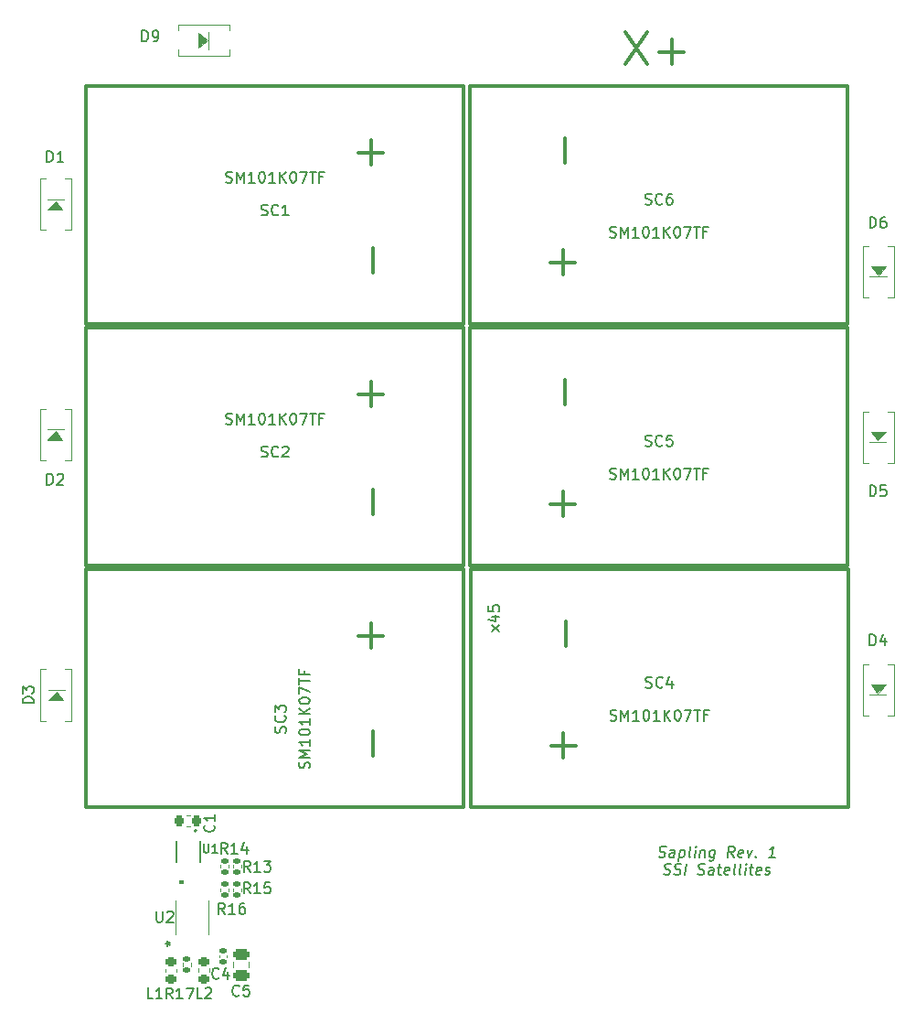
<source format=gto>
%TF.GenerationSoftware,KiCad,Pcbnew,(6.0.4-0)*%
%TF.CreationDate,2022-05-13T11:56:40-07:00*%
%TF.ProjectId,solar-panel-side-X-plus,736f6c61-722d-4706-916e-656c2d736964,rev?*%
%TF.SameCoordinates,Original*%
%TF.FileFunction,Legend,Top*%
%TF.FilePolarity,Positive*%
%FSLAX46Y46*%
G04 Gerber Fmt 4.6, Leading zero omitted, Abs format (unit mm)*
G04 Created by KiCad (PCBNEW (6.0.4-0)) date 2022-05-13 11:56:40*
%MOMM*%
%LPD*%
G01*
G04 APERTURE LIST*
G04 Aperture macros list*
%AMRoundRect*
0 Rectangle with rounded corners*
0 $1 Rounding radius*
0 $2 $3 $4 $5 $6 $7 $8 $9 X,Y pos of 4 corners*
0 Add a 4 corners polygon primitive as box body*
4,1,4,$2,$3,$4,$5,$6,$7,$8,$9,$2,$3,0*
0 Add four circle primitives for the rounded corners*
1,1,$1+$1,$2,$3*
1,1,$1+$1,$4,$5*
1,1,$1+$1,$6,$7*
1,1,$1+$1,$8,$9*
0 Add four rect primitives between the rounded corners*
20,1,$1+$1,$2,$3,$4,$5,0*
20,1,$1+$1,$4,$5,$6,$7,0*
20,1,$1+$1,$6,$7,$8,$9,0*
20,1,$1+$1,$8,$9,$2,$3,0*%
G04 Aperture macros list end*
%ADD10C,0.150000*%
%ADD11C,0.300000*%
%ADD12C,0.120000*%
%ADD13C,0.100000*%
%ADD14C,0.127000*%
%ADD15C,0.200000*%
%ADD16C,3.000000*%
%ADD17R,1.700000X2.500000*%
%ADD18R,2.500000X1.700000*%
%ADD19C,2.600000*%
%ADD20C,3.800000*%
%ADD21R,0.270000X0.740000*%
%ADD22R,1.350000X0.650000*%
%ADD23RoundRect,0.250000X0.475000X-0.250000X0.475000X0.250000X-0.475000X0.250000X-0.475000X-0.250000X0*%
%ADD24RoundRect,0.218750X0.256250X-0.218750X0.256250X0.218750X-0.256250X0.218750X-0.256250X-0.218750X0*%
%ADD25RoundRect,0.135000X-0.185000X0.135000X-0.185000X-0.135000X0.185000X-0.135000X0.185000X0.135000X0*%
%ADD26RoundRect,0.218750X0.218750X0.256250X-0.218750X0.256250X-0.218750X-0.256250X0.218750X-0.256250X0*%
%ADD27RoundRect,0.140000X0.170000X-0.140000X0.170000X0.140000X-0.170000X0.140000X-0.170000X-0.140000X0*%
%ADD28RoundRect,0.135000X0.185000X-0.135000X0.185000X0.135000X-0.185000X0.135000X-0.185000X-0.135000X0*%
%ADD29R,0.270000X1.411200*%
G04 APERTURE END LIST*
D10*
X141676380Y-102814285D02*
X141009714Y-102290476D01*
X141009714Y-102814285D02*
X141676380Y-102290476D01*
X141009714Y-101480952D02*
X141676380Y-101480952D01*
X140628761Y-101719047D02*
X141343047Y-101957142D01*
X141343047Y-101338095D01*
X140676380Y-100480952D02*
X140676380Y-100957142D01*
X141152571Y-101004761D01*
X141104952Y-100957142D01*
X141057333Y-100861904D01*
X141057333Y-100623809D01*
X141104952Y-100528571D01*
X141152571Y-100480952D01*
X141247809Y-100433333D01*
X141485904Y-100433333D01*
X141581142Y-100480952D01*
X141628761Y-100528571D01*
X141676380Y-100623809D01*
X141676380Y-100861904D01*
X141628761Y-100957142D01*
X141581142Y-101004761D01*
D11*
X153352857Y-47379142D02*
X155352857Y-50379142D01*
X155352857Y-47379142D02*
X153352857Y-50379142D01*
X156495714Y-49236285D02*
X158781428Y-49236285D01*
X157638571Y-50379142D02*
X157638571Y-48093428D01*
D10*
X156440327Y-123689761D02*
X156577232Y-123737380D01*
X156815327Y-123737380D01*
X156916517Y-123689761D01*
X156970089Y-123642142D01*
X157029613Y-123546904D01*
X157041517Y-123451666D01*
X157005803Y-123356428D01*
X156964136Y-123308809D01*
X156874851Y-123261190D01*
X156690327Y-123213571D01*
X156601041Y-123165952D01*
X156559375Y-123118333D01*
X156523660Y-123023095D01*
X156535565Y-122927857D01*
X156595089Y-122832619D01*
X156648660Y-122785000D01*
X156749851Y-122737380D01*
X156987946Y-122737380D01*
X157124851Y-122785000D01*
X157862946Y-123737380D02*
X157928422Y-123213571D01*
X157892708Y-123118333D01*
X157803422Y-123070714D01*
X157612946Y-123070714D01*
X157511755Y-123118333D01*
X157868898Y-123689761D02*
X157767708Y-123737380D01*
X157529613Y-123737380D01*
X157440327Y-123689761D01*
X157404613Y-123594523D01*
X157416517Y-123499285D01*
X157476041Y-123404047D01*
X157577232Y-123356428D01*
X157815327Y-123356428D01*
X157916517Y-123308809D01*
X158422470Y-123070714D02*
X158297470Y-124070714D01*
X158416517Y-123118333D02*
X158517708Y-123070714D01*
X158708184Y-123070714D01*
X158797470Y-123118333D01*
X158839136Y-123165952D01*
X158874851Y-123261190D01*
X158839136Y-123546904D01*
X158779613Y-123642142D01*
X158726041Y-123689761D01*
X158624851Y-123737380D01*
X158434375Y-123737380D01*
X158345089Y-123689761D01*
X159386755Y-123737380D02*
X159297470Y-123689761D01*
X159261755Y-123594523D01*
X159368898Y-122737380D01*
X159767708Y-123737380D02*
X159851041Y-123070714D01*
X159892708Y-122737380D02*
X159839136Y-122785000D01*
X159880803Y-122832619D01*
X159934375Y-122785000D01*
X159892708Y-122737380D01*
X159880803Y-122832619D01*
X160327232Y-123070714D02*
X160243898Y-123737380D01*
X160315327Y-123165952D02*
X160368898Y-123118333D01*
X160470089Y-123070714D01*
X160612946Y-123070714D01*
X160702232Y-123118333D01*
X160737946Y-123213571D01*
X160672470Y-123737380D01*
X161660565Y-123070714D02*
X161559375Y-123880238D01*
X161499851Y-123975476D01*
X161446279Y-124023095D01*
X161345089Y-124070714D01*
X161202232Y-124070714D01*
X161112946Y-124023095D01*
X161583184Y-123689761D02*
X161481994Y-123737380D01*
X161291517Y-123737380D01*
X161202232Y-123689761D01*
X161160565Y-123642142D01*
X161124851Y-123546904D01*
X161160565Y-123261190D01*
X161220089Y-123165952D01*
X161273660Y-123118333D01*
X161374851Y-123070714D01*
X161565327Y-123070714D01*
X161654613Y-123118333D01*
X163386755Y-123737380D02*
X163112946Y-123261190D01*
X162815327Y-123737380D02*
X162940327Y-122737380D01*
X163321279Y-122737380D01*
X163410565Y-122785000D01*
X163452232Y-122832619D01*
X163487946Y-122927857D01*
X163470089Y-123070714D01*
X163410565Y-123165952D01*
X163356994Y-123213571D01*
X163255803Y-123261190D01*
X162874851Y-123261190D01*
X164202232Y-123689761D02*
X164101041Y-123737380D01*
X163910565Y-123737380D01*
X163821279Y-123689761D01*
X163785565Y-123594523D01*
X163833184Y-123213571D01*
X163892708Y-123118333D01*
X163993898Y-123070714D01*
X164184375Y-123070714D01*
X164273660Y-123118333D01*
X164309375Y-123213571D01*
X164297470Y-123308809D01*
X163809375Y-123404047D01*
X164660565Y-123070714D02*
X164815327Y-123737380D01*
X165136755Y-123070714D01*
X165446279Y-123642142D02*
X165487946Y-123689761D01*
X165434375Y-123737380D01*
X165392708Y-123689761D01*
X165446279Y-123642142D01*
X165434375Y-123737380D01*
X167196279Y-123737380D02*
X166624851Y-123737380D01*
X166910565Y-123737380D02*
X167035565Y-122737380D01*
X166922470Y-122880238D01*
X166815327Y-122975476D01*
X166714136Y-123023095D01*
X156916517Y-125299761D02*
X157053422Y-125347380D01*
X157291517Y-125347380D01*
X157392708Y-125299761D01*
X157446279Y-125252142D01*
X157505803Y-125156904D01*
X157517708Y-125061666D01*
X157481994Y-124966428D01*
X157440327Y-124918809D01*
X157351041Y-124871190D01*
X157166517Y-124823571D01*
X157077232Y-124775952D01*
X157035565Y-124728333D01*
X156999851Y-124633095D01*
X157011755Y-124537857D01*
X157071279Y-124442619D01*
X157124851Y-124395000D01*
X157226041Y-124347380D01*
X157464136Y-124347380D01*
X157601041Y-124395000D01*
X157868898Y-125299761D02*
X158005803Y-125347380D01*
X158243898Y-125347380D01*
X158345089Y-125299761D01*
X158398660Y-125252142D01*
X158458184Y-125156904D01*
X158470089Y-125061666D01*
X158434375Y-124966428D01*
X158392708Y-124918809D01*
X158303422Y-124871190D01*
X158118898Y-124823571D01*
X158029613Y-124775952D01*
X157987946Y-124728333D01*
X157952232Y-124633095D01*
X157964136Y-124537857D01*
X158023660Y-124442619D01*
X158077232Y-124395000D01*
X158178422Y-124347380D01*
X158416517Y-124347380D01*
X158553422Y-124395000D01*
X158862946Y-125347380D02*
X158987946Y-124347380D01*
X160059375Y-125299761D02*
X160196279Y-125347380D01*
X160434375Y-125347380D01*
X160535565Y-125299761D01*
X160589136Y-125252142D01*
X160648660Y-125156904D01*
X160660565Y-125061666D01*
X160624851Y-124966428D01*
X160583184Y-124918809D01*
X160493898Y-124871190D01*
X160309375Y-124823571D01*
X160220089Y-124775952D01*
X160178422Y-124728333D01*
X160142708Y-124633095D01*
X160154613Y-124537857D01*
X160214136Y-124442619D01*
X160267708Y-124395000D01*
X160368898Y-124347380D01*
X160606994Y-124347380D01*
X160743898Y-124395000D01*
X161481994Y-125347380D02*
X161547470Y-124823571D01*
X161511755Y-124728333D01*
X161422470Y-124680714D01*
X161231994Y-124680714D01*
X161130803Y-124728333D01*
X161487946Y-125299761D02*
X161386755Y-125347380D01*
X161148660Y-125347380D01*
X161059375Y-125299761D01*
X161023660Y-125204523D01*
X161035565Y-125109285D01*
X161095089Y-125014047D01*
X161196279Y-124966428D01*
X161434375Y-124966428D01*
X161535565Y-124918809D01*
X161898660Y-124680714D02*
X162279613Y-124680714D01*
X162083184Y-124347380D02*
X161976041Y-125204523D01*
X162011755Y-125299761D01*
X162101041Y-125347380D01*
X162196279Y-125347380D01*
X162916517Y-125299761D02*
X162815327Y-125347380D01*
X162624851Y-125347380D01*
X162535565Y-125299761D01*
X162499851Y-125204523D01*
X162547470Y-124823571D01*
X162606994Y-124728333D01*
X162708184Y-124680714D01*
X162898660Y-124680714D01*
X162987946Y-124728333D01*
X163023660Y-124823571D01*
X163011755Y-124918809D01*
X162523660Y-125014047D01*
X163529613Y-125347380D02*
X163440327Y-125299761D01*
X163404613Y-125204523D01*
X163511755Y-124347380D01*
X164053422Y-125347380D02*
X163964136Y-125299761D01*
X163928422Y-125204523D01*
X164035565Y-124347380D01*
X164434375Y-125347380D02*
X164517708Y-124680714D01*
X164559375Y-124347380D02*
X164505803Y-124395000D01*
X164547470Y-124442619D01*
X164601041Y-124395000D01*
X164559375Y-124347380D01*
X164547470Y-124442619D01*
X164851041Y-124680714D02*
X165231994Y-124680714D01*
X165035565Y-124347380D02*
X164928422Y-125204523D01*
X164964136Y-125299761D01*
X165053422Y-125347380D01*
X165148660Y-125347380D01*
X165868898Y-125299761D02*
X165767708Y-125347380D01*
X165577232Y-125347380D01*
X165487946Y-125299761D01*
X165452232Y-125204523D01*
X165499851Y-124823571D01*
X165559375Y-124728333D01*
X165660565Y-124680714D01*
X165851041Y-124680714D01*
X165940327Y-124728333D01*
X165976041Y-124823571D01*
X165964136Y-124918809D01*
X165476041Y-125014047D01*
X166297470Y-125299761D02*
X166386755Y-125347380D01*
X166577232Y-125347380D01*
X166678422Y-125299761D01*
X166737946Y-125204523D01*
X166743898Y-125156904D01*
X166708184Y-125061666D01*
X166618898Y-125014047D01*
X166476041Y-125014047D01*
X166386755Y-124966428D01*
X166351041Y-124871190D01*
X166356994Y-124823571D01*
X166416517Y-124728333D01*
X166517708Y-124680714D01*
X166660565Y-124680714D01*
X166749851Y-124728333D01*
%TO.C,SC6*%
X155202095Y-63312761D02*
X155344952Y-63360380D01*
X155583047Y-63360380D01*
X155678285Y-63312761D01*
X155725904Y-63265142D01*
X155773523Y-63169904D01*
X155773523Y-63074666D01*
X155725904Y-62979428D01*
X155678285Y-62931809D01*
X155583047Y-62884190D01*
X155392571Y-62836571D01*
X155297333Y-62788952D01*
X155249714Y-62741333D01*
X155202095Y-62646095D01*
X155202095Y-62550857D01*
X155249714Y-62455619D01*
X155297333Y-62408000D01*
X155392571Y-62360380D01*
X155630666Y-62360380D01*
X155773523Y-62408000D01*
X156773523Y-63265142D02*
X156725904Y-63312761D01*
X156583047Y-63360380D01*
X156487809Y-63360380D01*
X156344952Y-63312761D01*
X156249714Y-63217523D01*
X156202095Y-63122285D01*
X156154476Y-62931809D01*
X156154476Y-62788952D01*
X156202095Y-62598476D01*
X156249714Y-62503238D01*
X156344952Y-62408000D01*
X156487809Y-62360380D01*
X156583047Y-62360380D01*
X156725904Y-62408000D01*
X156773523Y-62455619D01*
X157630666Y-62360380D02*
X157440190Y-62360380D01*
X157344952Y-62408000D01*
X157297333Y-62455619D01*
X157202095Y-62598476D01*
X157154476Y-62788952D01*
X157154476Y-63169904D01*
X157202095Y-63265142D01*
X157249714Y-63312761D01*
X157344952Y-63360380D01*
X157535428Y-63360380D01*
X157630666Y-63312761D01*
X157678285Y-63265142D01*
X157725904Y-63169904D01*
X157725904Y-62931809D01*
X157678285Y-62836571D01*
X157630666Y-62788952D01*
X157535428Y-62741333D01*
X157344952Y-62741333D01*
X157249714Y-62788952D01*
X157202095Y-62836571D01*
X157154476Y-62931809D01*
X151916380Y-66352761D02*
X152059238Y-66400380D01*
X152297333Y-66400380D01*
X152392571Y-66352761D01*
X152440190Y-66305142D01*
X152487809Y-66209904D01*
X152487809Y-66114666D01*
X152440190Y-66019428D01*
X152392571Y-65971809D01*
X152297333Y-65924190D01*
X152106857Y-65876571D01*
X152011619Y-65828952D01*
X151964000Y-65781333D01*
X151916380Y-65686095D01*
X151916380Y-65590857D01*
X151964000Y-65495619D01*
X152011619Y-65448000D01*
X152106857Y-65400380D01*
X152344952Y-65400380D01*
X152487809Y-65448000D01*
X152916380Y-66400380D02*
X152916380Y-65400380D01*
X153249714Y-66114666D01*
X153583047Y-65400380D01*
X153583047Y-66400380D01*
X154583047Y-66400380D02*
X154011619Y-66400380D01*
X154297333Y-66400380D02*
X154297333Y-65400380D01*
X154202095Y-65543238D01*
X154106857Y-65638476D01*
X154011619Y-65686095D01*
X155202095Y-65400380D02*
X155297333Y-65400380D01*
X155392571Y-65448000D01*
X155440190Y-65495619D01*
X155487809Y-65590857D01*
X155535428Y-65781333D01*
X155535428Y-66019428D01*
X155487809Y-66209904D01*
X155440190Y-66305142D01*
X155392571Y-66352761D01*
X155297333Y-66400380D01*
X155202095Y-66400380D01*
X155106857Y-66352761D01*
X155059238Y-66305142D01*
X155011619Y-66209904D01*
X154964000Y-66019428D01*
X154964000Y-65781333D01*
X155011619Y-65590857D01*
X155059238Y-65495619D01*
X155106857Y-65448000D01*
X155202095Y-65400380D01*
X156487809Y-66400380D02*
X155916380Y-66400380D01*
X156202095Y-66400380D02*
X156202095Y-65400380D01*
X156106857Y-65543238D01*
X156011619Y-65638476D01*
X155916380Y-65686095D01*
X156916380Y-66400380D02*
X156916380Y-65400380D01*
X157487809Y-66400380D02*
X157059238Y-65828952D01*
X157487809Y-65400380D02*
X156916380Y-65971809D01*
X158106857Y-65400380D02*
X158202095Y-65400380D01*
X158297333Y-65448000D01*
X158344952Y-65495619D01*
X158392571Y-65590857D01*
X158440190Y-65781333D01*
X158440190Y-66019428D01*
X158392571Y-66209904D01*
X158344952Y-66305142D01*
X158297333Y-66352761D01*
X158202095Y-66400380D01*
X158106857Y-66400380D01*
X158011619Y-66352761D01*
X157964000Y-66305142D01*
X157916380Y-66209904D01*
X157868761Y-66019428D01*
X157868761Y-65781333D01*
X157916380Y-65590857D01*
X157964000Y-65495619D01*
X158011619Y-65448000D01*
X158106857Y-65400380D01*
X158773523Y-65400380D02*
X159440190Y-65400380D01*
X159011619Y-66400380D01*
X159678285Y-65400380D02*
X160249714Y-65400380D01*
X159964000Y-66400380D02*
X159964000Y-65400380D01*
X160916380Y-65876571D02*
X160583047Y-65876571D01*
X160583047Y-66400380D02*
X160583047Y-65400380D01*
X161059238Y-65400380D01*
D11*
X147788285Y-59470857D02*
X147788285Y-57185142D01*
X146431142Y-68702285D02*
X148716857Y-68702285D01*
X147574000Y-69845142D02*
X147574000Y-67559428D01*
D10*
%TO.C,SC5*%
X155202095Y-85664761D02*
X155344952Y-85712380D01*
X155583047Y-85712380D01*
X155678285Y-85664761D01*
X155725904Y-85617142D01*
X155773523Y-85521904D01*
X155773523Y-85426666D01*
X155725904Y-85331428D01*
X155678285Y-85283809D01*
X155583047Y-85236190D01*
X155392571Y-85188571D01*
X155297333Y-85140952D01*
X155249714Y-85093333D01*
X155202095Y-84998095D01*
X155202095Y-84902857D01*
X155249714Y-84807619D01*
X155297333Y-84760000D01*
X155392571Y-84712380D01*
X155630666Y-84712380D01*
X155773523Y-84760000D01*
X156773523Y-85617142D02*
X156725904Y-85664761D01*
X156583047Y-85712380D01*
X156487809Y-85712380D01*
X156344952Y-85664761D01*
X156249714Y-85569523D01*
X156202095Y-85474285D01*
X156154476Y-85283809D01*
X156154476Y-85140952D01*
X156202095Y-84950476D01*
X156249714Y-84855238D01*
X156344952Y-84760000D01*
X156487809Y-84712380D01*
X156583047Y-84712380D01*
X156725904Y-84760000D01*
X156773523Y-84807619D01*
X157678285Y-84712380D02*
X157202095Y-84712380D01*
X157154476Y-85188571D01*
X157202095Y-85140952D01*
X157297333Y-85093333D01*
X157535428Y-85093333D01*
X157630666Y-85140952D01*
X157678285Y-85188571D01*
X157725904Y-85283809D01*
X157725904Y-85521904D01*
X157678285Y-85617142D01*
X157630666Y-85664761D01*
X157535428Y-85712380D01*
X157297333Y-85712380D01*
X157202095Y-85664761D01*
X157154476Y-85617142D01*
X151916380Y-88704761D02*
X152059238Y-88752380D01*
X152297333Y-88752380D01*
X152392571Y-88704761D01*
X152440190Y-88657142D01*
X152487809Y-88561904D01*
X152487809Y-88466666D01*
X152440190Y-88371428D01*
X152392571Y-88323809D01*
X152297333Y-88276190D01*
X152106857Y-88228571D01*
X152011619Y-88180952D01*
X151964000Y-88133333D01*
X151916380Y-88038095D01*
X151916380Y-87942857D01*
X151964000Y-87847619D01*
X152011619Y-87800000D01*
X152106857Y-87752380D01*
X152344952Y-87752380D01*
X152487809Y-87800000D01*
X152916380Y-88752380D02*
X152916380Y-87752380D01*
X153249714Y-88466666D01*
X153583047Y-87752380D01*
X153583047Y-88752380D01*
X154583047Y-88752380D02*
X154011619Y-88752380D01*
X154297333Y-88752380D02*
X154297333Y-87752380D01*
X154202095Y-87895238D01*
X154106857Y-87990476D01*
X154011619Y-88038095D01*
X155202095Y-87752380D02*
X155297333Y-87752380D01*
X155392571Y-87800000D01*
X155440190Y-87847619D01*
X155487809Y-87942857D01*
X155535428Y-88133333D01*
X155535428Y-88371428D01*
X155487809Y-88561904D01*
X155440190Y-88657142D01*
X155392571Y-88704761D01*
X155297333Y-88752380D01*
X155202095Y-88752380D01*
X155106857Y-88704761D01*
X155059238Y-88657142D01*
X155011619Y-88561904D01*
X154964000Y-88371428D01*
X154964000Y-88133333D01*
X155011619Y-87942857D01*
X155059238Y-87847619D01*
X155106857Y-87800000D01*
X155202095Y-87752380D01*
X156487809Y-88752380D02*
X155916380Y-88752380D01*
X156202095Y-88752380D02*
X156202095Y-87752380D01*
X156106857Y-87895238D01*
X156011619Y-87990476D01*
X155916380Y-88038095D01*
X156916380Y-88752380D02*
X156916380Y-87752380D01*
X157487809Y-88752380D02*
X157059238Y-88180952D01*
X157487809Y-87752380D02*
X156916380Y-88323809D01*
X158106857Y-87752380D02*
X158202095Y-87752380D01*
X158297333Y-87800000D01*
X158344952Y-87847619D01*
X158392571Y-87942857D01*
X158440190Y-88133333D01*
X158440190Y-88371428D01*
X158392571Y-88561904D01*
X158344952Y-88657142D01*
X158297333Y-88704761D01*
X158202095Y-88752380D01*
X158106857Y-88752380D01*
X158011619Y-88704761D01*
X157964000Y-88657142D01*
X157916380Y-88561904D01*
X157868761Y-88371428D01*
X157868761Y-88133333D01*
X157916380Y-87942857D01*
X157964000Y-87847619D01*
X158011619Y-87800000D01*
X158106857Y-87752380D01*
X158773523Y-87752380D02*
X159440190Y-87752380D01*
X159011619Y-88752380D01*
X159678285Y-87752380D02*
X160249714Y-87752380D01*
X159964000Y-88752380D02*
X159964000Y-87752380D01*
X160916380Y-88228571D02*
X160583047Y-88228571D01*
X160583047Y-88752380D02*
X160583047Y-87752380D01*
X161059238Y-87752380D01*
D11*
X146431142Y-91054285D02*
X148716857Y-91054285D01*
X147574000Y-92197142D02*
X147574000Y-89911428D01*
X147788285Y-81822857D02*
X147788285Y-79537142D01*
D10*
%TO.C,D2*%
X99781904Y-89262380D02*
X99781904Y-88262380D01*
X100020000Y-88262380D01*
X100162857Y-88310000D01*
X100258095Y-88405238D01*
X100305714Y-88500476D01*
X100353333Y-88690952D01*
X100353333Y-88833809D01*
X100305714Y-89024285D01*
X100258095Y-89119523D01*
X100162857Y-89214761D01*
X100020000Y-89262380D01*
X99781904Y-89262380D01*
X100734285Y-88357619D02*
X100781904Y-88310000D01*
X100877142Y-88262380D01*
X101115238Y-88262380D01*
X101210476Y-88310000D01*
X101258095Y-88357619D01*
X101305714Y-88452857D01*
X101305714Y-88548095D01*
X101258095Y-88690952D01*
X100686666Y-89262380D01*
X101305714Y-89262380D01*
%TO.C,D6*%
X176001904Y-65512380D02*
X176001904Y-64512380D01*
X176240000Y-64512380D01*
X176382857Y-64560000D01*
X176478095Y-64655238D01*
X176525714Y-64750476D01*
X176573333Y-64940952D01*
X176573333Y-65083809D01*
X176525714Y-65274285D01*
X176478095Y-65369523D01*
X176382857Y-65464761D01*
X176240000Y-65512380D01*
X176001904Y-65512380D01*
X177430476Y-64512380D02*
X177240000Y-64512380D01*
X177144761Y-64560000D01*
X177097142Y-64607619D01*
X177001904Y-64750476D01*
X176954285Y-64940952D01*
X176954285Y-65321904D01*
X177001904Y-65417142D01*
X177049523Y-65464761D01*
X177144761Y-65512380D01*
X177335238Y-65512380D01*
X177430476Y-65464761D01*
X177478095Y-65417142D01*
X177525714Y-65321904D01*
X177525714Y-65083809D01*
X177478095Y-64988571D01*
X177430476Y-64940952D01*
X177335238Y-64893333D01*
X177144761Y-64893333D01*
X177049523Y-64940952D01*
X177001904Y-64988571D01*
X176954285Y-65083809D01*
%TO.C,D3*%
X98532380Y-109468095D02*
X97532380Y-109468095D01*
X97532380Y-109230000D01*
X97580000Y-109087142D01*
X97675238Y-108991904D01*
X97770476Y-108944285D01*
X97960952Y-108896666D01*
X98103809Y-108896666D01*
X98294285Y-108944285D01*
X98389523Y-108991904D01*
X98484761Y-109087142D01*
X98532380Y-109230000D01*
X98532380Y-109468095D01*
X97532380Y-108563333D02*
X97532380Y-107944285D01*
X97913333Y-108277619D01*
X97913333Y-108134761D01*
X97960952Y-108039523D01*
X98008571Y-107991904D01*
X98103809Y-107944285D01*
X98341904Y-107944285D01*
X98437142Y-107991904D01*
X98484761Y-108039523D01*
X98532380Y-108134761D01*
X98532380Y-108420476D01*
X98484761Y-108515714D01*
X98437142Y-108563333D01*
%TO.C,D9*%
X108589904Y-48244380D02*
X108589904Y-47244380D01*
X108828000Y-47244380D01*
X108970857Y-47292000D01*
X109066095Y-47387238D01*
X109113714Y-47482476D01*
X109161333Y-47672952D01*
X109161333Y-47815809D01*
X109113714Y-48006285D01*
X109066095Y-48101523D01*
X108970857Y-48196761D01*
X108828000Y-48244380D01*
X108589904Y-48244380D01*
X109637523Y-48244380D02*
X109828000Y-48244380D01*
X109923238Y-48196761D01*
X109970857Y-48149142D01*
X110066095Y-48006285D01*
X110113714Y-47815809D01*
X110113714Y-47434857D01*
X110066095Y-47339619D01*
X110018476Y-47292000D01*
X109923238Y-47244380D01*
X109732761Y-47244380D01*
X109637523Y-47292000D01*
X109589904Y-47339619D01*
X109542285Y-47434857D01*
X109542285Y-47672952D01*
X109589904Y-47768190D01*
X109637523Y-47815809D01*
X109732761Y-47863428D01*
X109923238Y-47863428D01*
X110018476Y-47815809D01*
X110066095Y-47768190D01*
X110113714Y-47672952D01*
%TO.C,D5*%
X176001904Y-90322380D02*
X176001904Y-89322380D01*
X176240000Y-89322380D01*
X176382857Y-89370000D01*
X176478095Y-89465238D01*
X176525714Y-89560476D01*
X176573333Y-89750952D01*
X176573333Y-89893809D01*
X176525714Y-90084285D01*
X176478095Y-90179523D01*
X176382857Y-90274761D01*
X176240000Y-90322380D01*
X176001904Y-90322380D01*
X177478095Y-89322380D02*
X177001904Y-89322380D01*
X176954285Y-89798571D01*
X177001904Y-89750952D01*
X177097142Y-89703333D01*
X177335238Y-89703333D01*
X177430476Y-89750952D01*
X177478095Y-89798571D01*
X177525714Y-89893809D01*
X177525714Y-90131904D01*
X177478095Y-90227142D01*
X177430476Y-90274761D01*
X177335238Y-90322380D01*
X177097142Y-90322380D01*
X177001904Y-90274761D01*
X176954285Y-90227142D01*
%TO.C,D1*%
X99791904Y-59402380D02*
X99791904Y-58402380D01*
X100030000Y-58402380D01*
X100172857Y-58450000D01*
X100268095Y-58545238D01*
X100315714Y-58640476D01*
X100363333Y-58830952D01*
X100363333Y-58973809D01*
X100315714Y-59164285D01*
X100268095Y-59259523D01*
X100172857Y-59354761D01*
X100030000Y-59402380D01*
X99791904Y-59402380D01*
X101315714Y-59402380D02*
X100744285Y-59402380D01*
X101030000Y-59402380D02*
X101030000Y-58402380D01*
X100934761Y-58545238D01*
X100839523Y-58640476D01*
X100744285Y-58688095D01*
%TO.C,D4*%
X175991904Y-104142380D02*
X175991904Y-103142380D01*
X176230000Y-103142380D01*
X176372857Y-103190000D01*
X176468095Y-103285238D01*
X176515714Y-103380476D01*
X176563333Y-103570952D01*
X176563333Y-103713809D01*
X176515714Y-103904285D01*
X176468095Y-103999523D01*
X176372857Y-104094761D01*
X176230000Y-104142380D01*
X175991904Y-104142380D01*
X177420476Y-103475714D02*
X177420476Y-104142380D01*
X177182380Y-103094761D02*
X176944285Y-103809047D01*
X177563333Y-103809047D01*
%TO.C,SC1*%
X119642095Y-64312761D02*
X119784952Y-64360380D01*
X120023047Y-64360380D01*
X120118285Y-64312761D01*
X120165904Y-64265142D01*
X120213523Y-64169904D01*
X120213523Y-64074666D01*
X120165904Y-63979428D01*
X120118285Y-63931809D01*
X120023047Y-63884190D01*
X119832571Y-63836571D01*
X119737333Y-63788952D01*
X119689714Y-63741333D01*
X119642095Y-63646095D01*
X119642095Y-63550857D01*
X119689714Y-63455619D01*
X119737333Y-63408000D01*
X119832571Y-63360380D01*
X120070666Y-63360380D01*
X120213523Y-63408000D01*
X121213523Y-64265142D02*
X121165904Y-64312761D01*
X121023047Y-64360380D01*
X120927809Y-64360380D01*
X120784952Y-64312761D01*
X120689714Y-64217523D01*
X120642095Y-64122285D01*
X120594476Y-63931809D01*
X120594476Y-63788952D01*
X120642095Y-63598476D01*
X120689714Y-63503238D01*
X120784952Y-63408000D01*
X120927809Y-63360380D01*
X121023047Y-63360380D01*
X121165904Y-63408000D01*
X121213523Y-63455619D01*
X122165904Y-64360380D02*
X121594476Y-64360380D01*
X121880190Y-64360380D02*
X121880190Y-63360380D01*
X121784952Y-63503238D01*
X121689714Y-63598476D01*
X121594476Y-63646095D01*
X116356380Y-61272761D02*
X116499238Y-61320380D01*
X116737333Y-61320380D01*
X116832571Y-61272761D01*
X116880190Y-61225142D01*
X116927809Y-61129904D01*
X116927809Y-61034666D01*
X116880190Y-60939428D01*
X116832571Y-60891809D01*
X116737333Y-60844190D01*
X116546857Y-60796571D01*
X116451619Y-60748952D01*
X116404000Y-60701333D01*
X116356380Y-60606095D01*
X116356380Y-60510857D01*
X116404000Y-60415619D01*
X116451619Y-60368000D01*
X116546857Y-60320380D01*
X116784952Y-60320380D01*
X116927809Y-60368000D01*
X117356380Y-61320380D02*
X117356380Y-60320380D01*
X117689714Y-61034666D01*
X118023047Y-60320380D01*
X118023047Y-61320380D01*
X119023047Y-61320380D02*
X118451619Y-61320380D01*
X118737333Y-61320380D02*
X118737333Y-60320380D01*
X118642095Y-60463238D01*
X118546857Y-60558476D01*
X118451619Y-60606095D01*
X119642095Y-60320380D02*
X119737333Y-60320380D01*
X119832571Y-60368000D01*
X119880190Y-60415619D01*
X119927809Y-60510857D01*
X119975428Y-60701333D01*
X119975428Y-60939428D01*
X119927809Y-61129904D01*
X119880190Y-61225142D01*
X119832571Y-61272761D01*
X119737333Y-61320380D01*
X119642095Y-61320380D01*
X119546857Y-61272761D01*
X119499238Y-61225142D01*
X119451619Y-61129904D01*
X119404000Y-60939428D01*
X119404000Y-60701333D01*
X119451619Y-60510857D01*
X119499238Y-60415619D01*
X119546857Y-60368000D01*
X119642095Y-60320380D01*
X120927809Y-61320380D02*
X120356380Y-61320380D01*
X120642095Y-61320380D02*
X120642095Y-60320380D01*
X120546857Y-60463238D01*
X120451619Y-60558476D01*
X120356380Y-60606095D01*
X121356380Y-61320380D02*
X121356380Y-60320380D01*
X121927809Y-61320380D02*
X121499238Y-60748952D01*
X121927809Y-60320380D02*
X121356380Y-60891809D01*
X122546857Y-60320380D02*
X122642095Y-60320380D01*
X122737333Y-60368000D01*
X122784952Y-60415619D01*
X122832571Y-60510857D01*
X122880190Y-60701333D01*
X122880190Y-60939428D01*
X122832571Y-61129904D01*
X122784952Y-61225142D01*
X122737333Y-61272761D01*
X122642095Y-61320380D01*
X122546857Y-61320380D01*
X122451619Y-61272761D01*
X122404000Y-61225142D01*
X122356380Y-61129904D01*
X122308761Y-60939428D01*
X122308761Y-60701333D01*
X122356380Y-60510857D01*
X122404000Y-60415619D01*
X122451619Y-60368000D01*
X122546857Y-60320380D01*
X123213523Y-60320380D02*
X123880190Y-60320380D01*
X123451619Y-61320380D01*
X124118285Y-60320380D02*
X124689714Y-60320380D01*
X124404000Y-61320380D02*
X124404000Y-60320380D01*
X125356380Y-60796571D02*
X125023047Y-60796571D01*
X125023047Y-61320380D02*
X125023047Y-60320380D01*
X125499238Y-60320380D01*
D11*
X130008285Y-69630857D02*
X130008285Y-67345142D01*
X128651142Y-58542285D02*
X130936857Y-58542285D01*
X129794000Y-59685142D02*
X129794000Y-57399428D01*
D10*
%TO.C,SC2*%
X119642095Y-86664761D02*
X119784952Y-86712380D01*
X120023047Y-86712380D01*
X120118285Y-86664761D01*
X120165904Y-86617142D01*
X120213523Y-86521904D01*
X120213523Y-86426666D01*
X120165904Y-86331428D01*
X120118285Y-86283809D01*
X120023047Y-86236190D01*
X119832571Y-86188571D01*
X119737333Y-86140952D01*
X119689714Y-86093333D01*
X119642095Y-85998095D01*
X119642095Y-85902857D01*
X119689714Y-85807619D01*
X119737333Y-85760000D01*
X119832571Y-85712380D01*
X120070666Y-85712380D01*
X120213523Y-85760000D01*
X121213523Y-86617142D02*
X121165904Y-86664761D01*
X121023047Y-86712380D01*
X120927809Y-86712380D01*
X120784952Y-86664761D01*
X120689714Y-86569523D01*
X120642095Y-86474285D01*
X120594476Y-86283809D01*
X120594476Y-86140952D01*
X120642095Y-85950476D01*
X120689714Y-85855238D01*
X120784952Y-85760000D01*
X120927809Y-85712380D01*
X121023047Y-85712380D01*
X121165904Y-85760000D01*
X121213523Y-85807619D01*
X121594476Y-85807619D02*
X121642095Y-85760000D01*
X121737333Y-85712380D01*
X121975428Y-85712380D01*
X122070666Y-85760000D01*
X122118285Y-85807619D01*
X122165904Y-85902857D01*
X122165904Y-85998095D01*
X122118285Y-86140952D01*
X121546857Y-86712380D01*
X122165904Y-86712380D01*
X116356380Y-83624761D02*
X116499238Y-83672380D01*
X116737333Y-83672380D01*
X116832571Y-83624761D01*
X116880190Y-83577142D01*
X116927809Y-83481904D01*
X116927809Y-83386666D01*
X116880190Y-83291428D01*
X116832571Y-83243809D01*
X116737333Y-83196190D01*
X116546857Y-83148571D01*
X116451619Y-83100952D01*
X116404000Y-83053333D01*
X116356380Y-82958095D01*
X116356380Y-82862857D01*
X116404000Y-82767619D01*
X116451619Y-82720000D01*
X116546857Y-82672380D01*
X116784952Y-82672380D01*
X116927809Y-82720000D01*
X117356380Y-83672380D02*
X117356380Y-82672380D01*
X117689714Y-83386666D01*
X118023047Y-82672380D01*
X118023047Y-83672380D01*
X119023047Y-83672380D02*
X118451619Y-83672380D01*
X118737333Y-83672380D02*
X118737333Y-82672380D01*
X118642095Y-82815238D01*
X118546857Y-82910476D01*
X118451619Y-82958095D01*
X119642095Y-82672380D02*
X119737333Y-82672380D01*
X119832571Y-82720000D01*
X119880190Y-82767619D01*
X119927809Y-82862857D01*
X119975428Y-83053333D01*
X119975428Y-83291428D01*
X119927809Y-83481904D01*
X119880190Y-83577142D01*
X119832571Y-83624761D01*
X119737333Y-83672380D01*
X119642095Y-83672380D01*
X119546857Y-83624761D01*
X119499238Y-83577142D01*
X119451619Y-83481904D01*
X119404000Y-83291428D01*
X119404000Y-83053333D01*
X119451619Y-82862857D01*
X119499238Y-82767619D01*
X119546857Y-82720000D01*
X119642095Y-82672380D01*
X120927809Y-83672380D02*
X120356380Y-83672380D01*
X120642095Y-83672380D02*
X120642095Y-82672380D01*
X120546857Y-82815238D01*
X120451619Y-82910476D01*
X120356380Y-82958095D01*
X121356380Y-83672380D02*
X121356380Y-82672380D01*
X121927809Y-83672380D02*
X121499238Y-83100952D01*
X121927809Y-82672380D02*
X121356380Y-83243809D01*
X122546857Y-82672380D02*
X122642095Y-82672380D01*
X122737333Y-82720000D01*
X122784952Y-82767619D01*
X122832571Y-82862857D01*
X122880190Y-83053333D01*
X122880190Y-83291428D01*
X122832571Y-83481904D01*
X122784952Y-83577142D01*
X122737333Y-83624761D01*
X122642095Y-83672380D01*
X122546857Y-83672380D01*
X122451619Y-83624761D01*
X122404000Y-83577142D01*
X122356380Y-83481904D01*
X122308761Y-83291428D01*
X122308761Y-83053333D01*
X122356380Y-82862857D01*
X122404000Y-82767619D01*
X122451619Y-82720000D01*
X122546857Y-82672380D01*
X123213523Y-82672380D02*
X123880190Y-82672380D01*
X123451619Y-83672380D01*
X124118285Y-82672380D02*
X124689714Y-82672380D01*
X124404000Y-83672380D02*
X124404000Y-82672380D01*
X125356380Y-83148571D02*
X125023047Y-83148571D01*
X125023047Y-83672380D02*
X125023047Y-82672380D01*
X125499238Y-82672380D01*
D11*
X130008285Y-91982857D02*
X130008285Y-89697142D01*
X128651142Y-80894285D02*
X130936857Y-80894285D01*
X129794000Y-82037142D02*
X129794000Y-79751428D01*
D10*
%TO.C,SC3*%
X121855251Y-112215414D02*
X121902870Y-112072557D01*
X121902870Y-111834462D01*
X121855251Y-111739224D01*
X121807632Y-111691605D01*
X121712394Y-111643986D01*
X121617156Y-111643986D01*
X121521918Y-111691605D01*
X121474299Y-111739224D01*
X121426680Y-111834462D01*
X121379061Y-112024938D01*
X121331442Y-112120176D01*
X121283823Y-112167795D01*
X121188585Y-112215414D01*
X121093347Y-112215414D01*
X120998109Y-112167795D01*
X120950490Y-112120176D01*
X120902870Y-112024938D01*
X120902870Y-111786843D01*
X120950490Y-111643986D01*
X121807632Y-110643986D02*
X121855251Y-110691605D01*
X121902870Y-110834462D01*
X121902870Y-110929700D01*
X121855251Y-111072557D01*
X121760013Y-111167795D01*
X121664775Y-111215414D01*
X121474299Y-111263033D01*
X121331442Y-111263033D01*
X121140966Y-111215414D01*
X121045728Y-111167795D01*
X120950490Y-111072557D01*
X120902870Y-110929700D01*
X120902870Y-110834462D01*
X120950490Y-110691605D01*
X120998109Y-110643986D01*
X120902870Y-110310652D02*
X120902870Y-109691605D01*
X121283823Y-110024938D01*
X121283823Y-109882081D01*
X121331442Y-109786843D01*
X121379061Y-109739224D01*
X121474299Y-109691605D01*
X121712394Y-109691605D01*
X121807632Y-109739224D01*
X121855251Y-109786843D01*
X121902870Y-109882081D01*
X121902870Y-110167795D01*
X121855251Y-110263033D01*
X121807632Y-110310652D01*
X124095251Y-115501129D02*
X124142870Y-115358271D01*
X124142870Y-115120176D01*
X124095251Y-115024938D01*
X124047632Y-114977319D01*
X123952394Y-114929700D01*
X123857156Y-114929700D01*
X123761918Y-114977319D01*
X123714299Y-115024938D01*
X123666680Y-115120176D01*
X123619061Y-115310652D01*
X123571442Y-115405890D01*
X123523823Y-115453510D01*
X123428585Y-115501129D01*
X123333347Y-115501129D01*
X123238109Y-115453510D01*
X123190490Y-115405890D01*
X123142870Y-115310652D01*
X123142870Y-115072557D01*
X123190490Y-114929700D01*
X124142870Y-114501129D02*
X123142870Y-114501129D01*
X123857156Y-114167795D01*
X123142870Y-113834462D01*
X124142870Y-113834462D01*
X124142870Y-112834462D02*
X124142870Y-113405890D01*
X124142870Y-113120176D02*
X123142870Y-113120176D01*
X123285728Y-113215414D01*
X123380966Y-113310652D01*
X123428585Y-113405890D01*
X123142870Y-112215414D02*
X123142870Y-112120176D01*
X123190490Y-112024938D01*
X123238109Y-111977319D01*
X123333347Y-111929700D01*
X123523823Y-111882081D01*
X123761918Y-111882081D01*
X123952394Y-111929700D01*
X124047632Y-111977319D01*
X124095251Y-112024938D01*
X124142870Y-112120176D01*
X124142870Y-112215414D01*
X124095251Y-112310652D01*
X124047632Y-112358271D01*
X123952394Y-112405890D01*
X123761918Y-112453510D01*
X123523823Y-112453510D01*
X123333347Y-112405890D01*
X123238109Y-112358271D01*
X123190490Y-112310652D01*
X123142870Y-112215414D01*
X124142870Y-110929700D02*
X124142870Y-111501129D01*
X124142870Y-111215414D02*
X123142870Y-111215414D01*
X123285728Y-111310652D01*
X123380966Y-111405890D01*
X123428585Y-111501129D01*
X124142870Y-110501129D02*
X123142870Y-110501129D01*
X124142870Y-109929700D02*
X123571442Y-110358271D01*
X123142870Y-109929700D02*
X123714299Y-110501129D01*
X123142870Y-109310652D02*
X123142870Y-109215414D01*
X123190490Y-109120176D01*
X123238109Y-109072557D01*
X123333347Y-109024938D01*
X123523823Y-108977319D01*
X123761918Y-108977319D01*
X123952394Y-109024938D01*
X124047632Y-109072557D01*
X124095251Y-109120176D01*
X124142870Y-109215414D01*
X124142870Y-109310652D01*
X124095251Y-109405890D01*
X124047632Y-109453510D01*
X123952394Y-109501129D01*
X123761918Y-109548748D01*
X123523823Y-109548748D01*
X123333347Y-109501129D01*
X123238109Y-109453510D01*
X123190490Y-109405890D01*
X123142870Y-109310652D01*
X123142870Y-108643986D02*
X123142870Y-107977319D01*
X124142870Y-108405890D01*
X123142870Y-107739224D02*
X123142870Y-107167795D01*
X124142870Y-107453510D02*
X123142870Y-107453510D01*
X123619061Y-106501129D02*
X123619061Y-106834462D01*
X124142870Y-106834462D02*
X123142870Y-106834462D01*
X123142870Y-106358271D01*
D11*
X130008285Y-114334857D02*
X130008285Y-112049142D01*
X128651142Y-103246285D02*
X130936857Y-103246285D01*
X129794000Y-104389142D02*
X129794000Y-102103428D01*
D10*
%TO.C,SC4*%
X155238095Y-108016761D02*
X155380952Y-108064380D01*
X155619047Y-108064380D01*
X155714285Y-108016761D01*
X155761904Y-107969142D01*
X155809523Y-107873904D01*
X155809523Y-107778666D01*
X155761904Y-107683428D01*
X155714285Y-107635809D01*
X155619047Y-107588190D01*
X155428571Y-107540571D01*
X155333333Y-107492952D01*
X155285714Y-107445333D01*
X155238095Y-107350095D01*
X155238095Y-107254857D01*
X155285714Y-107159619D01*
X155333333Y-107112000D01*
X155428571Y-107064380D01*
X155666666Y-107064380D01*
X155809523Y-107112000D01*
X156809523Y-107969142D02*
X156761904Y-108016761D01*
X156619047Y-108064380D01*
X156523809Y-108064380D01*
X156380952Y-108016761D01*
X156285714Y-107921523D01*
X156238095Y-107826285D01*
X156190476Y-107635809D01*
X156190476Y-107492952D01*
X156238095Y-107302476D01*
X156285714Y-107207238D01*
X156380952Y-107112000D01*
X156523809Y-107064380D01*
X156619047Y-107064380D01*
X156761904Y-107112000D01*
X156809523Y-107159619D01*
X157666666Y-107397714D02*
X157666666Y-108064380D01*
X157428571Y-107016761D02*
X157190476Y-107731047D01*
X157809523Y-107731047D01*
X151952380Y-111056761D02*
X152095238Y-111104380D01*
X152333333Y-111104380D01*
X152428571Y-111056761D01*
X152476190Y-111009142D01*
X152523809Y-110913904D01*
X152523809Y-110818666D01*
X152476190Y-110723428D01*
X152428571Y-110675809D01*
X152333333Y-110628190D01*
X152142857Y-110580571D01*
X152047619Y-110532952D01*
X152000000Y-110485333D01*
X151952380Y-110390095D01*
X151952380Y-110294857D01*
X152000000Y-110199619D01*
X152047619Y-110152000D01*
X152142857Y-110104380D01*
X152380952Y-110104380D01*
X152523809Y-110152000D01*
X152952380Y-111104380D02*
X152952380Y-110104380D01*
X153285714Y-110818666D01*
X153619047Y-110104380D01*
X153619047Y-111104380D01*
X154619047Y-111104380D02*
X154047619Y-111104380D01*
X154333333Y-111104380D02*
X154333333Y-110104380D01*
X154238095Y-110247238D01*
X154142857Y-110342476D01*
X154047619Y-110390095D01*
X155238095Y-110104380D02*
X155333333Y-110104380D01*
X155428571Y-110152000D01*
X155476190Y-110199619D01*
X155523809Y-110294857D01*
X155571428Y-110485333D01*
X155571428Y-110723428D01*
X155523809Y-110913904D01*
X155476190Y-111009142D01*
X155428571Y-111056761D01*
X155333333Y-111104380D01*
X155238095Y-111104380D01*
X155142857Y-111056761D01*
X155095238Y-111009142D01*
X155047619Y-110913904D01*
X155000000Y-110723428D01*
X155000000Y-110485333D01*
X155047619Y-110294857D01*
X155095238Y-110199619D01*
X155142857Y-110152000D01*
X155238095Y-110104380D01*
X156523809Y-111104380D02*
X155952380Y-111104380D01*
X156238095Y-111104380D02*
X156238095Y-110104380D01*
X156142857Y-110247238D01*
X156047619Y-110342476D01*
X155952380Y-110390095D01*
X156952380Y-111104380D02*
X156952380Y-110104380D01*
X157523809Y-111104380D02*
X157095238Y-110532952D01*
X157523809Y-110104380D02*
X156952380Y-110675809D01*
X158142857Y-110104380D02*
X158238095Y-110104380D01*
X158333333Y-110152000D01*
X158380952Y-110199619D01*
X158428571Y-110294857D01*
X158476190Y-110485333D01*
X158476190Y-110723428D01*
X158428571Y-110913904D01*
X158380952Y-111009142D01*
X158333333Y-111056761D01*
X158238095Y-111104380D01*
X158142857Y-111104380D01*
X158047619Y-111056761D01*
X158000000Y-111009142D01*
X157952380Y-110913904D01*
X157904761Y-110723428D01*
X157904761Y-110485333D01*
X157952380Y-110294857D01*
X158000000Y-110199619D01*
X158047619Y-110152000D01*
X158142857Y-110104380D01*
X158809523Y-110104380D02*
X159476190Y-110104380D01*
X159047619Y-111104380D01*
X159714285Y-110104380D02*
X160285714Y-110104380D01*
X160000000Y-111104380D02*
X160000000Y-110104380D01*
X160952380Y-110580571D02*
X160619047Y-110580571D01*
X160619047Y-111104380D02*
X160619047Y-110104380D01*
X161095238Y-110104380D01*
D11*
X146467142Y-113406285D02*
X148752857Y-113406285D01*
X147610000Y-114549142D02*
X147610000Y-112263428D01*
X147824285Y-104174857D02*
X147824285Y-101889142D01*
D10*
%TO.C,U1*%
X114295976Y-122528904D02*
X114295976Y-123176523D01*
X114334071Y-123252714D01*
X114372166Y-123290809D01*
X114448357Y-123328904D01*
X114600738Y-123328904D01*
X114676928Y-123290809D01*
X114715023Y-123252714D01*
X114753119Y-123176523D01*
X114753119Y-122528904D01*
X115553119Y-123328904D02*
X115095976Y-123328904D01*
X115324547Y-123328904D02*
X115324547Y-122528904D01*
X115248357Y-122643190D01*
X115172166Y-122719380D01*
X115095976Y-122757476D01*
%TO.C,C5*%
X117583333Y-136502142D02*
X117535714Y-136549761D01*
X117392857Y-136597380D01*
X117297619Y-136597380D01*
X117154761Y-136549761D01*
X117059523Y-136454523D01*
X117011904Y-136359285D01*
X116964285Y-136168809D01*
X116964285Y-136025952D01*
X117011904Y-135835476D01*
X117059523Y-135740238D01*
X117154761Y-135645000D01*
X117297619Y-135597380D01*
X117392857Y-135597380D01*
X117535714Y-135645000D01*
X117583333Y-135692619D01*
X118488095Y-135597380D02*
X118011904Y-135597380D01*
X117964285Y-136073571D01*
X118011904Y-136025952D01*
X118107142Y-135978333D01*
X118345238Y-135978333D01*
X118440476Y-136025952D01*
X118488095Y-136073571D01*
X118535714Y-136168809D01*
X118535714Y-136406904D01*
X118488095Y-136502142D01*
X118440476Y-136549761D01*
X118345238Y-136597380D01*
X118107142Y-136597380D01*
X118011904Y-136549761D01*
X117964285Y-136502142D01*
%TO.C,L1*%
X109593333Y-136807380D02*
X109117142Y-136807380D01*
X109117142Y-135807380D01*
X110450476Y-136807380D02*
X109879047Y-136807380D01*
X110164761Y-136807380D02*
X110164761Y-135807380D01*
X110069523Y-135950238D01*
X109974285Y-136045476D01*
X109879047Y-136093095D01*
%TO.C,R15*%
X118597142Y-127087380D02*
X118263809Y-126611190D01*
X118025714Y-127087380D02*
X118025714Y-126087380D01*
X118406666Y-126087380D01*
X118501904Y-126135000D01*
X118549523Y-126182619D01*
X118597142Y-126277857D01*
X118597142Y-126420714D01*
X118549523Y-126515952D01*
X118501904Y-126563571D01*
X118406666Y-126611190D01*
X118025714Y-126611190D01*
X119549523Y-127087380D02*
X118978095Y-127087380D01*
X119263809Y-127087380D02*
X119263809Y-126087380D01*
X119168571Y-126230238D01*
X119073333Y-126325476D01*
X118978095Y-126373095D01*
X120454285Y-126087380D02*
X119978095Y-126087380D01*
X119930476Y-126563571D01*
X119978095Y-126515952D01*
X120073333Y-126468333D01*
X120311428Y-126468333D01*
X120406666Y-126515952D01*
X120454285Y-126563571D01*
X120501904Y-126658809D01*
X120501904Y-126896904D01*
X120454285Y-126992142D01*
X120406666Y-127039761D01*
X120311428Y-127087380D01*
X120073333Y-127087380D01*
X119978095Y-127039761D01*
X119930476Y-126992142D01*
%TO.C,C1*%
X115239142Y-120760666D02*
X115286761Y-120808285D01*
X115334380Y-120951142D01*
X115334380Y-121046380D01*
X115286761Y-121189238D01*
X115191523Y-121284476D01*
X115096285Y-121332095D01*
X114905809Y-121379714D01*
X114762952Y-121379714D01*
X114572476Y-121332095D01*
X114477238Y-121284476D01*
X114382000Y-121189238D01*
X114334380Y-121046380D01*
X114334380Y-120951142D01*
X114382000Y-120808285D01*
X114429619Y-120760666D01*
X115334380Y-119808285D02*
X115334380Y-120379714D01*
X115334380Y-120094000D02*
X114334380Y-120094000D01*
X114477238Y-120189238D01*
X114572476Y-120284476D01*
X114620095Y-120379714D01*
%TO.C,R14*%
X116477142Y-123407380D02*
X116143809Y-122931190D01*
X115905714Y-123407380D02*
X115905714Y-122407380D01*
X116286666Y-122407380D01*
X116381904Y-122455000D01*
X116429523Y-122502619D01*
X116477142Y-122597857D01*
X116477142Y-122740714D01*
X116429523Y-122835952D01*
X116381904Y-122883571D01*
X116286666Y-122931190D01*
X115905714Y-122931190D01*
X117429523Y-123407380D02*
X116858095Y-123407380D01*
X117143809Y-123407380D02*
X117143809Y-122407380D01*
X117048571Y-122550238D01*
X116953333Y-122645476D01*
X116858095Y-122693095D01*
X118286666Y-122740714D02*
X118286666Y-123407380D01*
X118048571Y-122359761D02*
X117810476Y-123074047D01*
X118429523Y-123074047D01*
%TO.C,C4*%
X115693333Y-134892142D02*
X115645714Y-134939761D01*
X115502857Y-134987380D01*
X115407619Y-134987380D01*
X115264761Y-134939761D01*
X115169523Y-134844523D01*
X115121904Y-134749285D01*
X115074285Y-134558809D01*
X115074285Y-134415952D01*
X115121904Y-134225476D01*
X115169523Y-134130238D01*
X115264761Y-134035000D01*
X115407619Y-133987380D01*
X115502857Y-133987380D01*
X115645714Y-134035000D01*
X115693333Y-134082619D01*
X116550476Y-134320714D02*
X116550476Y-134987380D01*
X116312380Y-133939761D02*
X116074285Y-134654047D01*
X116693333Y-134654047D01*
%TO.C,R13*%
X118597142Y-125087380D02*
X118263809Y-124611190D01*
X118025714Y-125087380D02*
X118025714Y-124087380D01*
X118406666Y-124087380D01*
X118501904Y-124135000D01*
X118549523Y-124182619D01*
X118597142Y-124277857D01*
X118597142Y-124420714D01*
X118549523Y-124515952D01*
X118501904Y-124563571D01*
X118406666Y-124611190D01*
X118025714Y-124611190D01*
X119549523Y-125087380D02*
X118978095Y-125087380D01*
X119263809Y-125087380D02*
X119263809Y-124087380D01*
X119168571Y-124230238D01*
X119073333Y-124325476D01*
X118978095Y-124373095D01*
X119882857Y-124087380D02*
X120501904Y-124087380D01*
X120168571Y-124468333D01*
X120311428Y-124468333D01*
X120406666Y-124515952D01*
X120454285Y-124563571D01*
X120501904Y-124658809D01*
X120501904Y-124896904D01*
X120454285Y-124992142D01*
X120406666Y-125039761D01*
X120311428Y-125087380D01*
X120025714Y-125087380D01*
X119930476Y-125039761D01*
X119882857Y-124992142D01*
%TO.C,R17*%
X111397142Y-136837380D02*
X111063809Y-136361190D01*
X110825714Y-136837380D02*
X110825714Y-135837380D01*
X111206666Y-135837380D01*
X111301904Y-135885000D01*
X111349523Y-135932619D01*
X111397142Y-136027857D01*
X111397142Y-136170714D01*
X111349523Y-136265952D01*
X111301904Y-136313571D01*
X111206666Y-136361190D01*
X110825714Y-136361190D01*
X112349523Y-136837380D02*
X111778095Y-136837380D01*
X112063809Y-136837380D02*
X112063809Y-135837380D01*
X111968571Y-135980238D01*
X111873333Y-136075476D01*
X111778095Y-136123095D01*
X112682857Y-135837380D02*
X113349523Y-135837380D01*
X112920952Y-136837380D01*
%TO.C,U2*%
X109912095Y-128749380D02*
X109912095Y-129558904D01*
X109959714Y-129654142D01*
X110007333Y-129701761D01*
X110102571Y-129749380D01*
X110293047Y-129749380D01*
X110388285Y-129701761D01*
X110435904Y-129654142D01*
X110483523Y-129558904D01*
X110483523Y-128749380D01*
X110912095Y-128844619D02*
X110959714Y-128797000D01*
X111054952Y-128749380D01*
X111293047Y-128749380D01*
X111388285Y-128797000D01*
X111435904Y-128844619D01*
X111483523Y-128939857D01*
X111483523Y-129035095D01*
X111435904Y-129177952D01*
X110864476Y-129749380D01*
X111483523Y-129749380D01*
X110762380Y-131740000D02*
X111000476Y-131740000D01*
X110905238Y-131978095D02*
X111000476Y-131740000D01*
X110905238Y-131501904D01*
X111190952Y-131882857D02*
X111000476Y-131740000D01*
X111190952Y-131597142D01*
%TO.C,R16*%
X116257142Y-128987380D02*
X115923809Y-128511190D01*
X115685714Y-128987380D02*
X115685714Y-127987380D01*
X116066666Y-127987380D01*
X116161904Y-128035000D01*
X116209523Y-128082619D01*
X116257142Y-128177857D01*
X116257142Y-128320714D01*
X116209523Y-128415952D01*
X116161904Y-128463571D01*
X116066666Y-128511190D01*
X115685714Y-128511190D01*
X117209523Y-128987380D02*
X116638095Y-128987380D01*
X116923809Y-128987380D02*
X116923809Y-127987380D01*
X116828571Y-128130238D01*
X116733333Y-128225476D01*
X116638095Y-128273095D01*
X118066666Y-127987380D02*
X117876190Y-127987380D01*
X117780952Y-128035000D01*
X117733333Y-128082619D01*
X117638095Y-128225476D01*
X117590476Y-128415952D01*
X117590476Y-128796904D01*
X117638095Y-128892142D01*
X117685714Y-128939761D01*
X117780952Y-128987380D01*
X117971428Y-128987380D01*
X118066666Y-128939761D01*
X118114285Y-128892142D01*
X118161904Y-128796904D01*
X118161904Y-128558809D01*
X118114285Y-128463571D01*
X118066666Y-128415952D01*
X117971428Y-128368333D01*
X117780952Y-128368333D01*
X117685714Y-128415952D01*
X117638095Y-128463571D01*
X117590476Y-128558809D01*
%TO.C,L2*%
X114163333Y-136807380D02*
X113687142Y-136807380D01*
X113687142Y-135807380D01*
X114449047Y-135902619D02*
X114496666Y-135855000D01*
X114591904Y-135807380D01*
X114830000Y-135807380D01*
X114925238Y-135855000D01*
X114972857Y-135902619D01*
X115020476Y-135997857D01*
X115020476Y-136093095D01*
X114972857Y-136235952D01*
X114401428Y-136807380D01*
X115020476Y-136807380D01*
D11*
%TO.C,SC6*%
X138964000Y-74408000D02*
X138964000Y-52408000D01*
X173964000Y-52408000D02*
X173964000Y-74408000D01*
X138964000Y-52408000D02*
X173964000Y-52408000D01*
X173964000Y-74408000D02*
X138964000Y-74408000D01*
%TO.C,SC5*%
X173964000Y-74760000D02*
X173964000Y-96760000D01*
X138964000Y-96760000D02*
X138964000Y-74760000D01*
X173964000Y-96760000D02*
X138964000Y-96760000D01*
X138964000Y-74760000D02*
X173964000Y-74760000D01*
D12*
%TO.C,D2*%
X99130000Y-82235000D02*
X99130000Y-86985000D01*
X102030000Y-82235000D02*
X102030000Y-86985000D01*
X101392800Y-84178200D02*
X99843400Y-84178200D01*
X99130000Y-82235000D02*
X102030000Y-82235000D01*
X99130000Y-86985000D02*
X102030000Y-86985000D01*
G36*
X101215000Y-85118000D02*
G01*
X99868800Y-85118000D01*
X100605400Y-84305200D01*
X101215000Y-85118000D01*
G37*
D13*
X101215000Y-85118000D02*
X99868800Y-85118000D01*
X100605400Y-84305200D01*
X101215000Y-85118000D01*
D12*
%TO.C,D6*%
X175334000Y-71971000D02*
X175334000Y-67221000D01*
X175971200Y-70027800D02*
X177520600Y-70027800D01*
X178234000Y-67221000D02*
X175334000Y-67221000D01*
X178234000Y-71971000D02*
X178234000Y-67221000D01*
X178234000Y-71971000D02*
X175334000Y-71971000D01*
G36*
X176758600Y-69900800D02*
G01*
X176149000Y-69088000D01*
X177495200Y-69088000D01*
X176758600Y-69900800D01*
G37*
D13*
X176758600Y-69900800D02*
X176149000Y-69088000D01*
X177495200Y-69088000D01*
X176758600Y-69900800D01*
D12*
%TO.C,D3*%
X99170000Y-106355000D02*
X102070000Y-106355000D01*
X101432800Y-108298200D02*
X99883400Y-108298200D01*
X99170000Y-106355000D02*
X99170000Y-111105000D01*
X99170000Y-111105000D02*
X102070000Y-111105000D01*
X102070000Y-106355000D02*
X102070000Y-111105000D01*
G36*
X101255000Y-109238000D02*
G01*
X99908800Y-109238000D01*
X100645400Y-108425200D01*
X101255000Y-109238000D01*
G37*
D13*
X101255000Y-109238000D02*
X99908800Y-109238000D01*
X100645400Y-108425200D01*
X101255000Y-109238000D01*
D12*
%TO.C,D9*%
X114771800Y-48972800D02*
X114771800Y-47423400D01*
X111965000Y-46710000D02*
X111965000Y-49610000D01*
X116715000Y-46710000D02*
X116715000Y-49610000D01*
X116715000Y-49610000D02*
X111965000Y-49610000D01*
X116715000Y-46710000D02*
X111965000Y-46710000D01*
G36*
X114644800Y-48185400D02*
G01*
X113832000Y-48795000D01*
X113832000Y-47448800D01*
X114644800Y-48185400D01*
G37*
D13*
X114644800Y-48185400D02*
X113832000Y-48795000D01*
X113832000Y-47448800D01*
X114644800Y-48185400D01*
D12*
%TO.C,D5*%
X175320000Y-87245000D02*
X175320000Y-82495000D01*
X175957200Y-85301800D02*
X177506600Y-85301800D01*
X178220000Y-82495000D02*
X175320000Y-82495000D01*
X178220000Y-87245000D02*
X178220000Y-82495000D01*
X178220000Y-87245000D02*
X175320000Y-87245000D01*
G36*
X176744600Y-85174800D02*
G01*
X176135000Y-84362000D01*
X177481200Y-84362000D01*
X176744600Y-85174800D01*
G37*
D13*
X176744600Y-85174800D02*
X176135000Y-84362000D01*
X177481200Y-84362000D01*
X176744600Y-85174800D01*
D12*
%TO.C,D1*%
X99130000Y-60965000D02*
X102030000Y-60965000D01*
X101392800Y-62908200D02*
X99843400Y-62908200D01*
X99130000Y-60965000D02*
X99130000Y-65715000D01*
X102030000Y-60965000D02*
X102030000Y-65715000D01*
X99130000Y-65715000D02*
X102030000Y-65715000D01*
G36*
X101215000Y-63848000D02*
G01*
X99868800Y-63848000D01*
X100605400Y-63035200D01*
X101215000Y-63848000D01*
G37*
D13*
X101215000Y-63848000D02*
X99868800Y-63848000D01*
X100605400Y-63035200D01*
X101215000Y-63848000D01*
D12*
%TO.C,D4*%
X175320000Y-110645000D02*
X175320000Y-105895000D01*
X178220000Y-110645000D02*
X175320000Y-110645000D01*
X175957200Y-108701800D02*
X177506600Y-108701800D01*
X178220000Y-105895000D02*
X175320000Y-105895000D01*
X178220000Y-110645000D02*
X178220000Y-105895000D01*
G36*
X176744600Y-108574800D02*
G01*
X176135000Y-107762000D01*
X177481200Y-107762000D01*
X176744600Y-108574800D01*
G37*
D13*
X176744600Y-108574800D02*
X176135000Y-107762000D01*
X177481200Y-107762000D01*
X176744600Y-108574800D01*
D11*
%TO.C,SC1*%
X138404000Y-74408000D02*
X103404000Y-74408000D01*
X138404000Y-52408000D02*
X138404000Y-74408000D01*
X103404000Y-52408000D02*
X138404000Y-52408000D01*
X103404000Y-74408000D02*
X103404000Y-52408000D01*
%TO.C,SC2*%
X138404000Y-74760000D02*
X138404000Y-96760000D01*
X103404000Y-74760000D02*
X138404000Y-74760000D01*
X103404000Y-96760000D02*
X103404000Y-74760000D01*
X138404000Y-96760000D02*
X103404000Y-96760000D01*
%TO.C,SC3*%
X103404000Y-119112000D02*
X103404000Y-97112000D01*
X138404000Y-119112000D02*
X103404000Y-119112000D01*
X138404000Y-97112000D02*
X138404000Y-119112000D01*
X103404000Y-97112000D02*
X138404000Y-97112000D01*
%TO.C,SC4*%
X174000000Y-119112000D02*
X139000000Y-119112000D01*
X139000000Y-119112000D02*
X139000000Y-97112000D01*
X139000000Y-97112000D02*
X174000000Y-97112000D01*
X174000000Y-97112000D02*
X174000000Y-119112000D01*
D14*
%TO.C,U1*%
X113996500Y-122221000D02*
X113996500Y-124221000D01*
X111798500Y-122221000D02*
X111798500Y-124221000D01*
D15*
X113647500Y-121286000D02*
G75*
G03*
X113647500Y-121286000I-100000J0D01*
G01*
D12*
%TO.C,C5*%
X117025000Y-133951252D02*
X117025000Y-133428748D01*
X118495000Y-133951252D02*
X118495000Y-133428748D01*
%TO.C,L1*%
X110725000Y-134377779D02*
X110725000Y-134052221D01*
X111745000Y-134377779D02*
X111745000Y-134052221D01*
%TO.C,R15*%
X117780000Y-126601359D02*
X117780000Y-126908641D01*
X117020000Y-126601359D02*
X117020000Y-126908641D01*
%TO.C,C1*%
X113012779Y-120850000D02*
X112687221Y-120850000D01*
X113012779Y-119830000D02*
X112687221Y-119830000D01*
%TO.C,R14*%
X115860000Y-124421359D02*
X115860000Y-124728641D01*
X116620000Y-124421359D02*
X116620000Y-124728641D01*
%TO.C,C4*%
X115725000Y-133022836D02*
X115725000Y-132807164D01*
X116445000Y-133022836D02*
X116445000Y-132807164D01*
%TO.C,R13*%
X117020000Y-124728641D02*
X117020000Y-124421359D01*
X117780000Y-124728641D02*
X117780000Y-124421359D01*
%TO.C,R17*%
X113100000Y-133793641D02*
X113100000Y-133486359D01*
X112340000Y-133793641D02*
X112340000Y-133486359D01*
%TO.C,U2*%
X114767999Y-130846999D02*
X114767999Y-127747001D01*
X111668001Y-127747001D02*
X111668001Y-130846999D01*
G36*
X112408499Y-126162401D02*
G01*
X112027499Y-126162401D01*
X112027499Y-125908401D01*
X112408499Y-125908401D01*
X112408499Y-126162401D01*
G37*
D13*
X112408499Y-126162401D02*
X112027499Y-126162401D01*
X112027499Y-125908401D01*
X112408499Y-125908401D01*
X112408499Y-126162401D01*
D12*
%TO.C,R16*%
X115880000Y-126908641D02*
X115880000Y-126601359D01*
X116640000Y-126908641D02*
X116640000Y-126601359D01*
%TO.C,L2*%
X114803000Y-134359779D02*
X114803000Y-134034221D01*
X113783000Y-134359779D02*
X113783000Y-134034221D01*
%TD*%
%LPC*%
%TO.C,U2*%
G36*
X112624300Y-130220500D02*
G01*
X112064500Y-130220500D01*
X112064500Y-128373500D01*
X112624300Y-128373500D01*
X112624300Y-130220500D01*
G37*
D13*
X112624300Y-130220500D02*
X112064500Y-130220500D01*
X112064500Y-128373500D01*
X112624300Y-128373500D01*
X112624300Y-130220500D01*
G36*
X114371500Y-130220500D02*
G01*
X113811700Y-130220500D01*
X113811700Y-128373500D01*
X114371500Y-128373500D01*
X114371500Y-130220500D01*
G37*
X114371500Y-130220500D02*
X113811700Y-130220500D01*
X113811700Y-128373500D01*
X114371500Y-128373500D01*
X114371500Y-130220500D01*
G36*
X114371500Y-129490700D02*
G01*
X112064500Y-129490700D01*
X112064500Y-129103300D01*
X114371500Y-129103300D01*
X114371500Y-129490700D01*
G37*
X114371500Y-129490700D02*
X112064500Y-129490700D01*
X112064500Y-129103300D01*
X114371500Y-129103300D01*
X114371500Y-129490700D01*
G36*
X113411700Y-130220500D02*
G01*
X113024300Y-130220500D01*
X113024300Y-128373500D01*
X113411700Y-128373500D01*
X113411700Y-130220500D01*
G37*
X113411700Y-130220500D02*
X113024300Y-130220500D01*
X113024300Y-128373500D01*
X113411700Y-128373500D01*
X113411700Y-130220500D01*
G36*
X114371500Y-128703300D02*
G01*
X112064500Y-128703300D01*
X112064500Y-128373500D01*
X114371500Y-128373500D01*
X114371500Y-128703300D01*
G37*
X114371500Y-128703300D02*
X112064500Y-128703300D01*
X112064500Y-128373500D01*
X114371500Y-128373500D01*
X114371500Y-128703300D01*
G36*
X114371500Y-130220500D02*
G01*
X112064500Y-130220500D01*
X112064500Y-129890700D01*
X114371500Y-129890700D01*
X114371500Y-130220500D01*
G37*
X114371500Y-130220500D02*
X112064500Y-130220500D01*
X112064500Y-129890700D01*
X114371500Y-129890700D01*
X114371500Y-130220500D01*
%TD*%
D16*
%TO.C,SC6*%
X143464000Y-67908000D03*
X143464000Y-58908000D03*
%TD*%
%TO.C,SC5*%
X143464000Y-90260000D03*
X143464000Y-81260000D03*
%TD*%
D17*
%TO.C,D2*%
X100580000Y-82610000D03*
X100580000Y-86610000D03*
%TD*%
%TO.C,D6*%
X176784000Y-71596000D03*
X176784000Y-67596000D03*
%TD*%
%TO.C,D3*%
X100620000Y-106730000D03*
X100620000Y-110730000D03*
%TD*%
D18*
%TO.C,D9*%
X116340000Y-48160000D03*
X112340000Y-48160000D03*
%TD*%
D17*
%TO.C,D5*%
X176770000Y-86870000D03*
X176770000Y-82870000D03*
%TD*%
%TO.C,D1*%
X100580000Y-61340000D03*
X100580000Y-65340000D03*
%TD*%
%TO.C,D4*%
X176770000Y-110270000D03*
X176770000Y-106270000D03*
%TD*%
D19*
%TO.C,H1*%
X176900000Y-94810000D03*
D20*
X176900000Y-94810000D03*
%TD*%
%TO.C,H2*%
X176900000Y-47810000D03*
D19*
X176900000Y-47810000D03*
%TD*%
D20*
%TO.C,H3*%
X138400000Y-47810000D03*
D19*
X138400000Y-47810000D03*
%TD*%
D20*
%TO.C,H4*%
X99900000Y-47810000D03*
D19*
X99900000Y-47810000D03*
%TD*%
%TO.C,H5*%
X99900000Y-94810000D03*
D20*
X99900000Y-94810000D03*
%TD*%
D19*
%TO.C,H6*%
X99900000Y-141810000D03*
D20*
X99900000Y-141810000D03*
%TD*%
%TO.C,H7*%
X138400000Y-141810000D03*
D19*
X138400000Y-141810000D03*
%TD*%
D20*
%TO.C,H8*%
X176900000Y-141810000D03*
D19*
X176900000Y-141810000D03*
%TD*%
D16*
%TO.C,SC1*%
X133904000Y-58908000D03*
X133904000Y-67908000D03*
%TD*%
%TO.C,SC2*%
X133904000Y-81260000D03*
X133904000Y-90260000D03*
%TD*%
%TO.C,SC3*%
X133904000Y-103612000D03*
X133904000Y-112612000D03*
%TD*%
%TO.C,SC4*%
X143500000Y-112612000D03*
X143500000Y-103612000D03*
%TD*%
D21*
%TO.C,U1*%
X113547500Y-122226000D03*
X112897500Y-122226000D03*
X112247500Y-122226000D03*
X112247500Y-124216000D03*
X112897500Y-124216000D03*
X113547500Y-124216000D03*
D22*
X112897500Y-123221000D03*
%TD*%
D23*
%TO.C,C5*%
X117760000Y-134640000D03*
X117760000Y-132740000D03*
%TD*%
D24*
%TO.C,L1*%
X111235000Y-135002500D03*
X111235000Y-133427500D03*
%TD*%
D25*
%TO.C,R15*%
X117400000Y-126245000D03*
X117400000Y-127265000D03*
%TD*%
D26*
%TO.C,C1*%
X113637500Y-120340000D03*
X112062500Y-120340000D03*
%TD*%
D25*
%TO.C,R14*%
X116240000Y-124065000D03*
X116240000Y-125085000D03*
%TD*%
D27*
%TO.C,C4*%
X116085000Y-133395000D03*
X116085000Y-132435000D03*
%TD*%
D28*
%TO.C,R13*%
X117400000Y-125085000D03*
X117400000Y-124065000D03*
%TD*%
%TO.C,R17*%
X112720000Y-134150000D03*
X112720000Y-133130000D03*
%TD*%
D29*
%TO.C,U2*%
X112217999Y-131471999D03*
X112718001Y-131471999D03*
X113218000Y-131471999D03*
X113717999Y-131471999D03*
X114218001Y-131471999D03*
X114218001Y-127122001D03*
X113717999Y-127122001D03*
X113218000Y-127122001D03*
X112718001Y-127122001D03*
X112217999Y-127122001D03*
%TD*%
D28*
%TO.C,R16*%
X116260000Y-127265000D03*
X116260000Y-126245000D03*
%TD*%
D24*
%TO.C,L2*%
X114293000Y-134984500D03*
X114293000Y-133409500D03*
%TD*%
M02*

</source>
